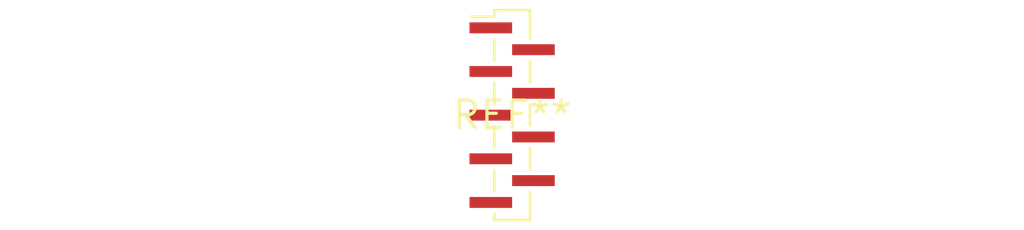
<source format=kicad_pcb>
(kicad_pcb (version 20240108) (generator pcbnew)
  (layers (0 "F.Cu" signal) (31 "B.Cu" signal) (34 "B.Paste" user) (35 "F.Paste" user) (36 "B.SilkS" user "B.Silkscreen") (37 "F.SilkS" user "F.Silkscreen") (38 "B.Mask" user) (39 "F.Mask" user) (44 "Edge.Cuts" user))
  (net 0 "")
  (footprint "PinSocket_1x09_P1.00mm_Vertical_SMD_Pin1Left" (layer "F.Cu") (at 0 0)
    (property "Reference" "REF**")
    (property "Value" "PinSocket_1x09_P1.00mm_Vertical_SMD_Pin1Left")
    (fp_line (start -1.89 -4.51) (end -0.81 -4.51) (layer "F.SilkS") (stroke (width 0.12)))
    (fp_line (start -0.81 -4.81) (end -0.81 -4.51) (layer "F.SilkS") (stroke (width 0.12)))
    (fp_line (start -0.81 -4.81) (end 0.81 -4.81) (layer "F.SilkS") (stroke (width 0.12)))
    (fp_line (start -0.81 -3.49) (end -0.81 -2.51) (layer "F.SilkS") (stroke (width 0.12)))
    (fp_line (start -0.81 -1.49) (end -0.81 -0.51) (layer "F.SilkS") (stroke (width 0.12)))
    (fp_line (start -0.81 0.51) (end -0.81 1.49) (layer "F.SilkS") (stroke (width 0.12)))
    (fp_line (start -0.81 2.51) (end -0.81 3.49) (layer "F.SilkS") (stroke (width 0.12)))
    (fp_line (start -0.81 4.51) (end -0.81 4.81) (layer "F.SilkS") (stroke (width 0.12)))
    (fp_line (start -0.81 4.81) (end 0.81 4.81) (layer "F.SilkS") (stroke (width 0.12)))
    (fp_line (start 0.81 -4.81) (end 0.81 -3.51) (layer "F.SilkS") (stroke (width 0.12)))
    (fp_line (start 0.81 -2.49) (end 0.81 -1.51) (layer "F.SilkS") (stroke (width 0.12)))
    (fp_line (start 0.81 -0.49) (end 0.81 0.49) (layer "F.SilkS") (stroke (width 0.12)))
    (fp_line (start 0.81 1.51) (end 0.81 2.49) (layer "F.SilkS") (stroke (width 0.12)))
    (fp_line (start 0.81 3.51) (end 0.81 4.81) (layer "F.SilkS") (stroke (width 0.12)))
    (pad "1" smd rect (at -0.975 -4) (size 1.95 0.5) (layers "F.Cu" "F.Paste" "F.Mask"))
    (pad "2" smd rect (at 0.975 -3) (size 1.95 0.5) (layers "F.Cu" "F.Paste" "F.Mask"))
    (pad "3" smd rect (at -0.975 -2) (size 1.95 0.5) (layers "F.Cu" "F.Paste" "F.Mask"))
    (pad "4" smd rect (at 0.975 -1) (size 1.95 0.5) (layers "F.Cu" "F.Paste" "F.Mask"))
    (pad "5" smd rect (at -0.975 0) (size 1.95 0.5) (layers "F.Cu" "F.Paste" "F.Mask"))
    (pad "6" smd rect (at 0.975 1) (size 1.95 0.5) (layers "F.Cu" "F.Paste" "F.Mask"))
    (pad "7" smd rect (at -0.975 2) (size 1.95 0.5) (layers "F.Cu" "F.Paste" "F.Mask"))
    (pad "8" smd rect (at 0.975 3) (size 1.95 0.5) (layers "F.Cu" "F.Paste" "F.Mask"))
    (pad "9" smd rect (at -0.975 4) (size 1.95 0.5) (layers "F.Cu" "F.Paste" "F.Mask"))
  )
)
</source>
